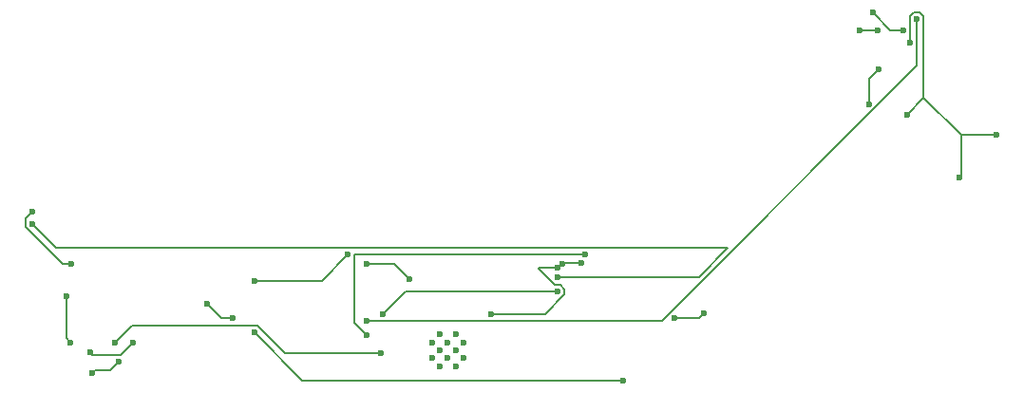
<source format=gbr>
%TF.GenerationSoftware,KiCad,Pcbnew,8.0.6*%
%TF.CreationDate,2025-05-20T21:00:01-04:00*%
%TF.ProjectId,aquasage,61717561-7361-4676-952e-6b696361645f,rev?*%
%TF.SameCoordinates,Original*%
%TF.FileFunction,Copper,L2,Bot*%
%TF.FilePolarity,Positive*%
%FSLAX46Y46*%
G04 Gerber Fmt 4.6, Leading zero omitted, Abs format (unit mm)*
G04 Created by KiCad (PCBNEW 8.0.6) date 2025-05-20 21:00:01*
%MOMM*%
%LPD*%
G01*
G04 APERTURE LIST*
%TA.AperFunction,HeatsinkPad*%
%ADD10C,0.600000*%
%TD*%
%TA.AperFunction,ViaPad*%
%ADD11C,0.600000*%
%TD*%
%TA.AperFunction,Conductor*%
%ADD12C,0.200000*%
%TD*%
G04 APERTURE END LIST*
D10*
%TO.P,U1,41,GND*%
%TO.N,GND*%
X98541200Y-57188000D03*
X98541200Y-55788000D03*
X97841200Y-57888000D03*
X97841200Y-56488000D03*
X97841200Y-55088000D03*
X97141200Y-57188000D03*
X97141200Y-55788000D03*
X96441200Y-57888000D03*
X96441200Y-56488000D03*
X96441200Y-55088000D03*
X95741200Y-57188000D03*
X95741200Y-55788000D03*
%TD*%
D11*
%TO.N,/+3.3V*%
X65270000Y-56694472D03*
X69094800Y-55793000D03*
%TO.N,GND*%
X67843400Y-57480200D03*
X65440635Y-58562165D03*
%TO.N,/SD_CS*%
X63520000Y-55793000D03*
X63149565Y-51683835D03*
%TO.N,GND*%
X60102000Y-44152400D03*
X63592835Y-48776765D03*
%TO.N,/+3.3V*%
X75716800Y-52374800D03*
X77978000Y-53644800D03*
%TO.N,GND*%
X79907600Y-50278000D03*
X88239782Y-47978000D03*
X89891200Y-48768000D03*
X93729765Y-50117965D03*
X101034800Y-53248000D03*
X106941200Y-49087998D03*
%TO.N,/SD_MOSI*%
X91141202Y-56781300D03*
X67444800Y-55793000D03*
X106941200Y-51282600D03*
X91389200Y-53248000D03*
%TO.N,GND*%
X109041200Y-48742600D03*
X107391200Y-48768000D03*
%TO.N,VCC*%
X79907600Y-54878000D03*
X112733365Y-59164765D03*
%TO.N,GND*%
X119956665Y-53205465D03*
X117324041Y-53585111D03*
%TO.N,/THERM_OUT*%
X89891200Y-55118000D03*
X109372400Y-47978000D03*
%TO.N,GND*%
X142749800Y-41122600D03*
X146010800Y-37286200D03*
%TO.N,/THERM_OUT*%
X134656746Y-34555346D03*
X135514165Y-31389235D03*
%TO.N,GND*%
X138047400Y-35459400D03*
X138355128Y-29066883D03*
%TO.N,/TURB_OUT*%
X89891200Y-53848000D03*
X138955128Y-26956200D03*
%TO.N,/+3.3V*%
X137724900Y-27956200D03*
X135001000Y-26356200D03*
%TO.N,Net-(U3-+)*%
X135449900Y-27956200D03*
X133887400Y-27990800D03*
%TO.N,/SD_CLK*%
X106941200Y-49987200D03*
X60102000Y-45252400D03*
%TD*%
D12*
%TO.N,/+3.3V*%
X65270000Y-56694472D02*
X65455728Y-56880200D01*
X65455728Y-56880200D02*
X68007600Y-56880200D01*
X68007600Y-56880200D02*
X69094800Y-55793000D01*
%TO.N,GND*%
X67056000Y-58267600D02*
X67843400Y-57480200D01*
X65735200Y-58267600D02*
X67056000Y-58267600D01*
X65440635Y-58562165D02*
X65735200Y-58267600D01*
%TO.N,/SD_CS*%
X63149565Y-51683835D02*
X63149565Y-55422565D01*
X63149565Y-55422565D02*
X63520000Y-55793000D01*
%TO.N,GND*%
X62777836Y-48776765D02*
X59502000Y-45500929D01*
X59502000Y-44752400D02*
X60102000Y-44152400D01*
X63592835Y-48776765D02*
X62777836Y-48776765D01*
X59502000Y-45500929D02*
X59502000Y-44752400D01*
%TO.N,/+3.3V*%
X76986800Y-53644800D02*
X75716800Y-52374800D01*
X77978000Y-53644800D02*
X76986800Y-53644800D01*
%TO.N,GND*%
X85939782Y-50278000D02*
X79907600Y-50278000D01*
X88239782Y-47978000D02*
X85939782Y-50278000D01*
X93729765Y-50117965D02*
X92379800Y-48768000D01*
X92379800Y-48768000D02*
X89891200Y-48768000D01*
X105824329Y-53248000D02*
X101034800Y-53248000D01*
X107541200Y-51531129D02*
X105824329Y-53248000D01*
X107541200Y-51034071D02*
X107541200Y-51531129D01*
X107189729Y-50682600D02*
X107541200Y-51034071D01*
X106692671Y-50682600D02*
X107189729Y-50682600D01*
X106941200Y-49087998D02*
X105194802Y-49087998D01*
X105194802Y-49184731D02*
X106692671Y-50682600D01*
X105194802Y-49087998D02*
X105194802Y-49184731D01*
%TO.N,/SD_MOSI*%
X68959800Y-54278000D02*
X67444800Y-55793000D01*
X82659429Y-56781300D02*
X80156129Y-54278000D01*
X91141202Y-56781300D02*
X82659429Y-56781300D01*
X93354600Y-51282600D02*
X91389200Y-53248000D01*
X80156129Y-54278000D02*
X68959800Y-54278000D01*
X106941200Y-51282600D02*
X93354600Y-51282600D01*
%TO.N,GND*%
X107416600Y-48742600D02*
X107391200Y-48768000D01*
X109041200Y-48742600D02*
X107416600Y-48742600D01*
%TO.N,VCC*%
X84194365Y-59164765D02*
X79907600Y-54878000D01*
X112733365Y-59164765D02*
X84194365Y-59164765D01*
%TO.N,GND*%
X119577019Y-53585111D02*
X117324041Y-53585111D01*
X119956665Y-53205465D02*
X119577019Y-53585111D01*
%TO.N,/THERM_OUT*%
X88839782Y-54066582D02*
X89891200Y-55118000D01*
X109372400Y-47978000D02*
X88839782Y-47978000D01*
X88839782Y-47978000D02*
X88839782Y-54066582D01*
%TO.N,GND*%
X142889656Y-37286200D02*
X142889656Y-40982744D01*
X142889656Y-40982744D02*
X142749800Y-41122600D01*
X142889656Y-37286200D02*
X146010800Y-37286200D01*
X139555128Y-33951672D02*
X142889656Y-37286200D01*
%TO.N,/THERM_OUT*%
X134656746Y-32246654D02*
X134656746Y-34555346D01*
X135514165Y-31389235D02*
X134656746Y-32246654D01*
%TO.N,GND*%
X139555128Y-26707671D02*
X139555128Y-33951672D01*
X139203657Y-26356200D02*
X139555128Y-26707671D01*
X139555128Y-33951672D02*
X138047400Y-35459400D01*
X138355128Y-26707671D02*
X138706599Y-26356200D01*
X138355128Y-29066883D02*
X138355128Y-26707671D01*
X138706599Y-26356200D02*
X139203657Y-26356200D01*
%TO.N,/TURB_OUT*%
X138955128Y-31105494D02*
X116212622Y-53848000D01*
X138955128Y-26956200D02*
X138955128Y-31105494D01*
X116212622Y-53848000D02*
X89891200Y-53848000D01*
%TO.N,/+3.3V*%
X136601000Y-27956200D02*
X137724900Y-27956200D01*
X135001000Y-26356200D02*
X136601000Y-27956200D01*
%TO.N,Net-(U3-+)*%
X135415300Y-27990800D02*
X135449900Y-27956200D01*
X133887400Y-27990800D02*
X135415300Y-27990800D01*
%TO.N,/SD_CLK*%
X106941200Y-49987200D02*
X119507736Y-49987200D01*
X119507736Y-49987200D02*
X122116936Y-47378000D01*
X122116936Y-47378000D02*
X62227600Y-47378000D01*
X62227600Y-47378000D02*
X60102000Y-45252400D01*
%TD*%
M02*

</source>
